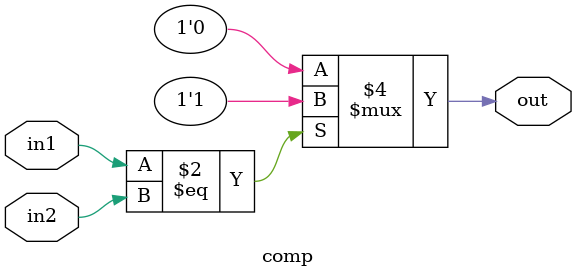
<source format=sv>
module comp (input logic in1, in2, output logic out);
    always_comb begin
        if (in1 == in2)
            out <= 1;
        else
            out <= 0;
    end
endmodule

</source>
